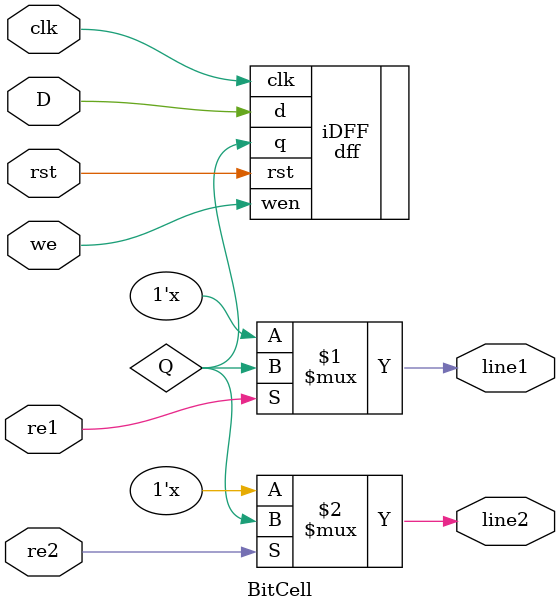
<source format=v>
/*
 * File name: bitcell.v
 * File Type: Verilog Source
 * Module name: BitCell(clk, rst, D, we, re1, re2, line1, line2)
 * Testbench: bitcell_tb.sv
 * Author: Daniel Zhao
 * Date: 10/06/2023
 * Description: This file contains a bitcell module. The module stores a single bits of data. The data is stored on the
 *              rising edge of the clock if write enable is asserted. The data read from the bitcell is available on the
 *              line when the corresponding read enable is asserted, otherwise the line is high impedance. The bitcell
 *              resets synchronously when the reset signal is asserted. By default, bypassing the bitcell is disabled.
 * Dependent files: D-Flip-Flop.v
 */
`default_nettype none
module BitCell (clk, rst, D, we, re1, re2, line1, line2);
    
    // Inputs
    input wire clk; // clock
    input wire rst; // synchronous active high reset
    input wire D; // data input
    input wire we; // write enable
    input wire re1; // read enable 1
    input wire re2; // read enable 2

    // Outputs
    output wire line1; // data output 1
    output wire line2; // data output 2

    // Internal wires
    wire Q; // data output from D-Flip-Flop

    // Assignments without bypassing
    assign line1 = re1 ? Q : 1'bz; // Only output the data when read enable 1 is asserted
    assign line2 = re2 ? Q : 1'bz; // Only output the data when read enable 2 is asserted

    // Assignments with bypassing
    // assign line1 = re1 ? (we ? D : Q) : 1'bz; // Output the data when read enable 1 is asserted
    // assign line2 = re2 ? (we ? D : Q) : 1'bz; // Output the data when read enable 2 is asserted

    // Instantiations
    dff iDFF (.q(Q), .d(D), .wen(we), .clk(clk), .rst(rst)); // D-Flip-Flop instantiation
endmodule
</source>
